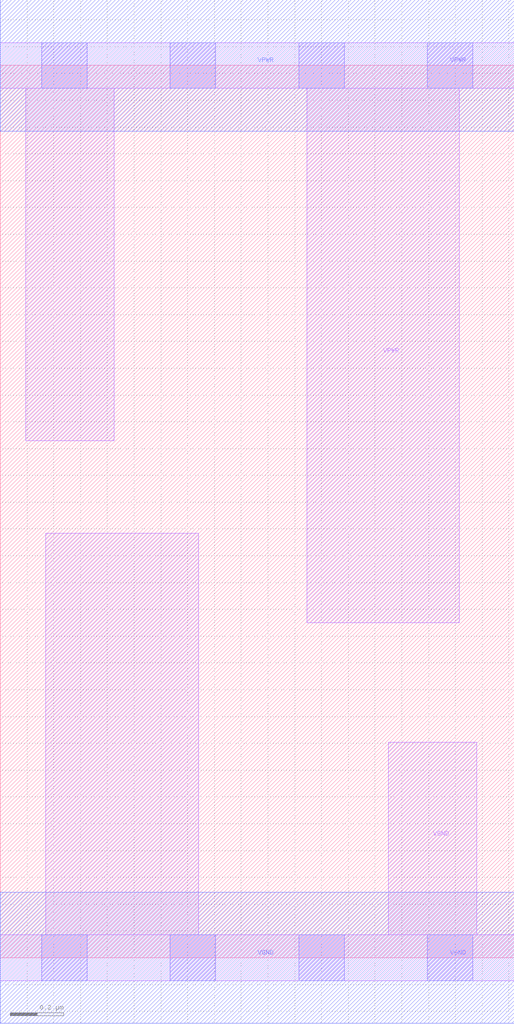
<source format=lef>
# Copyright 2020 The SkyWater PDK Authors
#
# Licensed under the Apache License, Version 2.0 (the "License");
# you may not use this file except in compliance with the License.
# You may obtain a copy of the License at
#
#     https://www.apache.org/licenses/LICENSE-2.0
#
# Unless required by applicable law or agreed to in writing, software
# distributed under the License is distributed on an "AS IS" BASIS,
# WITHOUT WARRANTIES OR CONDITIONS OF ANY KIND, either express or implied.
# See the License for the specific language governing permissions and
# limitations under the License.
#
# SPDX-License-Identifier: Apache-2.0

VERSION 5.7 ;
  NAMESCASESENSITIVE ON ;
  NOWIREEXTENSIONATPIN ON ;
  DIVIDERCHAR "/" ;
  BUSBITCHARS "[]" ;
UNITS
  DATABASE MICRONS 200 ;
END UNITS
MACRO sky130_fd_sc_ms__decap_4
  CLASS CORE ;
  SOURCE USER ;
  FOREIGN sky130_fd_sc_ms__decap_4 ;
  ORIGIN  0.000000  0.000000 ;
  SIZE  1.920000 BY  3.330000 ;
  SYMMETRY X Y ;
  SITE unit ;
  PIN VGND
    DIRECTION INOUT ;
    USE GROUND ;
    PORT
      LAYER li1 ;
        RECT 0.000000 -0.085000 1.920000 0.085000 ;
        RECT 0.170000  0.085000 0.740000 1.585000 ;
        RECT 1.450000  0.085000 1.780000 0.805000 ;
      LAYER mcon ;
        RECT 0.155000 -0.085000 0.325000 0.085000 ;
        RECT 0.635000 -0.085000 0.805000 0.085000 ;
        RECT 1.115000 -0.085000 1.285000 0.085000 ;
        RECT 1.595000 -0.085000 1.765000 0.085000 ;
      LAYER met1 ;
        RECT 0.000000 -0.245000 1.920000 0.245000 ;
    END
  END VGND
  PIN VPWR
    DIRECTION INOUT ;
    USE POWER ;
    PORT
      LAYER li1 ;
        RECT 0.000000 3.245000 1.920000 3.415000 ;
        RECT 0.095000 1.930000 0.425000 3.245000 ;
        RECT 1.145000 1.250000 1.715000 3.245000 ;
      LAYER mcon ;
        RECT 0.155000 3.245000 0.325000 3.415000 ;
        RECT 0.635000 3.245000 0.805000 3.415000 ;
        RECT 1.115000 3.245000 1.285000 3.415000 ;
        RECT 1.595000 3.245000 1.765000 3.415000 ;
      LAYER met1 ;
        RECT 0.000000 3.085000 1.920000 3.575000 ;
    END
  END VPWR
END sky130_fd_sc_ms__decap_4

</source>
